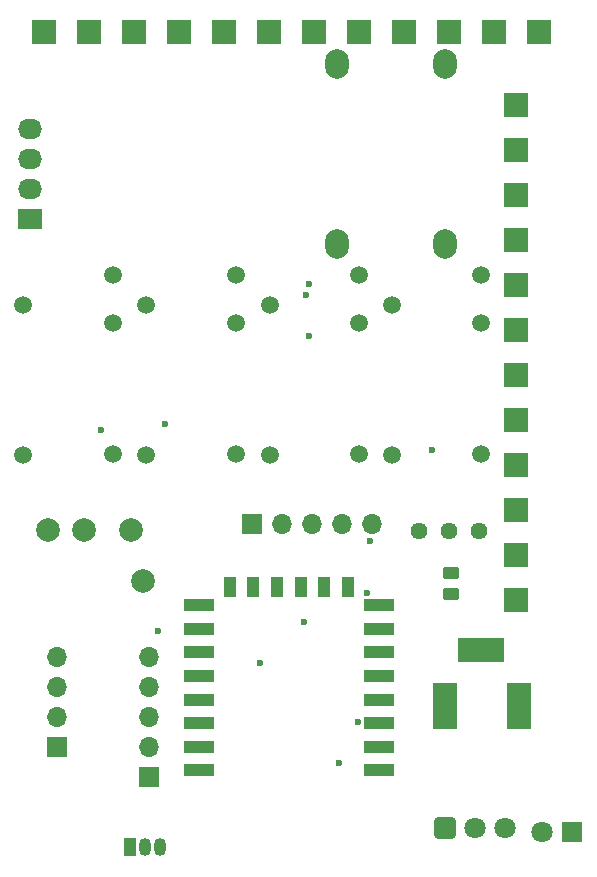
<source format=gbr>
%TF.GenerationSoftware,KiCad,Pcbnew,8.0.5*%
%TF.CreationDate,2024-10-28T11:16:19+03:00*%
%TF.ProjectId,IoTmanager,496f546d-616e-4616-9765-722e6b696361,rev?*%
%TF.SameCoordinates,Original*%
%TF.FileFunction,Soldermask,Top*%
%TF.FilePolarity,Negative*%
%FSLAX46Y46*%
G04 Gerber Fmt 4.6, Leading zero omitted, Abs format (unit mm)*
G04 Created by KiCad (PCBNEW 8.0.5) date 2024-10-28 11:16:19*
%MOMM*%
%LPD*%
G01*
G04 APERTURE LIST*
G04 Aperture macros list*
%AMRoundRect*
0 Rectangle with rounded corners*
0 $1 Rounding radius*
0 $2 $3 $4 $5 $6 $7 $8 $9 X,Y pos of 4 corners*
0 Add a 4 corners polygon primitive as box body*
4,1,4,$2,$3,$4,$5,$6,$7,$8,$9,$2,$3,0*
0 Add four circle primitives for the rounded corners*
1,1,$1+$1,$2,$3*
1,1,$1+$1,$4,$5*
1,1,$1+$1,$6,$7*
1,1,$1+$1,$8,$9*
0 Add four rect primitives between the rounded corners*
20,1,$1+$1,$2,$3,$4,$5,0*
20,1,$1+$1,$4,$5,$6,$7,0*
20,1,$1+$1,$6,$7,$8,$9,0*
20,1,$1+$1,$8,$9,$2,$3,0*%
G04 Aperture macros list end*
%ADD10R,1.700000X1.700000*%
%ADD11O,1.700000X1.700000*%
%ADD12R,1.050000X1.500000*%
%ADD13O,1.050000X1.500000*%
%ADD14C,1.500000*%
%ADD15R,2.000000X4.000000*%
%ADD16R,4.000000X2.000000*%
%ADD17C,1.440000*%
%ADD18R,1.800000X1.800000*%
%ADD19C,1.800000*%
%ADD20R,2.500000X1.000000*%
%ADD21R,1.000000X1.800000*%
%ADD22R,2.000000X2.000000*%
%ADD23O,2.000000X2.500000*%
%ADD24RoundRect,0.250200X-0.649800X-0.649800X0.649800X-0.649800X0.649800X0.649800X-0.649800X0.649800X0*%
%ADD25C,2.000000*%
%ADD26RoundRect,0.250000X-0.450000X0.262500X-0.450000X-0.262500X0.450000X-0.262500X0.450000X0.262500X0*%
%ADD27R,2.032000X1.727200*%
%ADD28O,2.032000X1.727200*%
%ADD29C,0.600000*%
G04 APERTURE END LIST*
D10*
%TO.C,max1*%
X98300000Y-102300000D03*
D11*
X100840000Y-102300000D03*
X103380000Y-102300000D03*
X105920000Y-102300000D03*
X108460000Y-102300000D03*
%TD*%
D12*
%TO.C,U7*%
X88000000Y-129700000D03*
D13*
X89270000Y-129700000D03*
X90540000Y-129700000D03*
%TD*%
D10*
%TO.C,display/ads1*%
X81840000Y-121220000D03*
D11*
X81840000Y-118680000D03*
X81840000Y-116140000D03*
X81840000Y-113600000D03*
%TD*%
D14*
%TO.C,K1*%
X86540000Y-81260000D03*
X86540000Y-85300000D03*
X78940000Y-83800000D03*
X86540000Y-96400000D03*
X78940000Y-96500000D03*
%TD*%
D15*
%TO.C,dc-in1*%
X114700000Y-117700000D03*
D16*
X117700000Y-113000000D03*
D15*
X120900000Y-117700000D03*
%TD*%
D17*
%TO.C,RV1*%
X112460000Y-102900000D03*
X115000000Y-102900000D03*
X117540000Y-102900000D03*
%TD*%
D18*
%TO.C,D1*%
X125440000Y-128400000D03*
D19*
X122900000Y-128400000D03*
%TD*%
D20*
%TO.C,U2*%
X109040000Y-123200000D03*
X109040000Y-121200000D03*
X109040000Y-119200000D03*
X109040000Y-117200000D03*
X109040000Y-115200000D03*
X109040000Y-113200000D03*
X109040000Y-111200000D03*
X109040000Y-109200000D03*
D21*
X106440000Y-107700000D03*
X104440000Y-107700000D03*
X102440000Y-107700000D03*
X100440000Y-107700000D03*
X98440000Y-107700000D03*
X96440000Y-107700000D03*
D20*
X93840000Y-109200000D03*
X93840000Y-111200000D03*
X93840000Y-113200000D03*
X93840000Y-115200000D03*
X93840000Y-117200000D03*
X93840000Y-119200000D03*
X93840000Y-121200000D03*
X93840000Y-123200000D03*
%TD*%
D22*
%TO.C,J3*%
X122600000Y-60700000D03*
X118790000Y-60700000D03*
X114980000Y-60700000D03*
X111170000Y-60700000D03*
X107360000Y-60700000D03*
X103550000Y-60700000D03*
X99740000Y-60700000D03*
X95930000Y-60700000D03*
X92120000Y-60700000D03*
X88310000Y-60700000D03*
X84500000Y-60700000D03*
X80690000Y-60700000D03*
%TD*%
D23*
%TO.C,U4*%
X114640000Y-63400000D03*
X105500000Y-63400000D03*
X114640000Y-78640000D03*
X105500000Y-78640000D03*
%TD*%
D14*
%TO.C,K4*%
X99820000Y-96500000D03*
X107420000Y-96400000D03*
X99820000Y-83800000D03*
X107420000Y-85300000D03*
X107420000Y-81260000D03*
%TD*%
D10*
%TO.C,J1*%
X89570000Y-123740000D03*
D11*
X89570000Y-121200000D03*
X89570000Y-118660000D03*
X89570000Y-116120000D03*
X89570000Y-113580000D03*
%TD*%
D24*
%TO.C,U3*%
X114660000Y-128100000D03*
D19*
X117200000Y-128100000D03*
X119740000Y-128100000D03*
%TD*%
D25*
%TO.C,U5*%
X89085000Y-107200000D03*
X88085000Y-102800000D03*
X84085000Y-102800000D03*
X81085000Y-102800000D03*
%TD*%
D14*
%TO.C,K3-possible-d1*%
X89340000Y-96500000D03*
X96940000Y-96400000D03*
X89340000Y-83800000D03*
X96940000Y-85300000D03*
X96940000Y-81260000D03*
%TD*%
D22*
%TO.C,J2*%
X120700000Y-108800000D03*
X120700000Y-104990000D03*
X120700000Y-101180000D03*
X120700000Y-97370000D03*
X120700000Y-93560000D03*
X120700000Y-89750000D03*
X120700000Y-85940000D03*
X120700000Y-82130000D03*
X120700000Y-78320000D03*
X120700000Y-74510000D03*
X120700000Y-70700000D03*
X120700000Y-66890000D03*
%TD*%
D14*
%TO.C,K2*%
X117740000Y-81260000D03*
X117740000Y-85300000D03*
X110140000Y-83800000D03*
X117740000Y-96400000D03*
X110140000Y-96500000D03*
%TD*%
D26*
%TO.C,R3*%
X115200000Y-106475000D03*
X115200000Y-108300000D03*
%TD*%
D27*
%TO.C,MX-RM-5V-RF-sensor1*%
X79500029Y-76540707D03*
D28*
X79500029Y-74000707D03*
X79500029Y-71460707D03*
X79500029Y-68920707D03*
%TD*%
D29*
X90952800Y-93901700D03*
X108320600Y-103755900D03*
X99040600Y-114125100D03*
X102709000Y-110661500D03*
X108099100Y-108200000D03*
X85542400Y-94343300D03*
X113531600Y-96094300D03*
X103136200Y-81999400D03*
X103122800Y-86389700D03*
X90392100Y-111391700D03*
X102881100Y-82908800D03*
X105700500Y-122586800D03*
X107290000Y-119136200D03*
M02*

</source>
